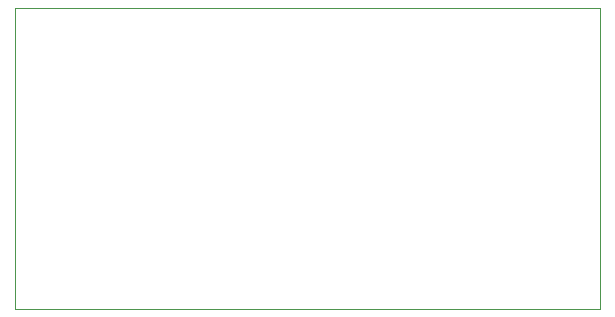
<source format=gbr>
%TF.GenerationSoftware,KiCad,Pcbnew,7.0.4-0*%
%TF.CreationDate,2024-03-15T14:37:27+08:00*%
%TF.ProjectId,hw,68772e6b-6963-4616-945f-706362585858,rev?*%
%TF.SameCoordinates,Original*%
%TF.FileFunction,Profile,NP*%
%FSLAX46Y46*%
G04 Gerber Fmt 4.6, Leading zero omitted, Abs format (unit mm)*
G04 Created by KiCad (PCBNEW 7.0.4-0) date 2024-03-15 14:37:27*
%MOMM*%
%LPD*%
G01*
G04 APERTURE LIST*
%TA.AperFunction,Profile*%
%ADD10C,0.100000*%
%TD*%
G04 APERTURE END LIST*
D10*
X100250000Y-60250000D02*
X149750000Y-60250000D01*
X149750000Y-60250000D02*
X149750000Y-85750000D01*
X149750000Y-85750000D02*
X100250000Y-85750000D01*
X100250000Y-85750000D02*
X100250000Y-60250000D01*
M02*

</source>
